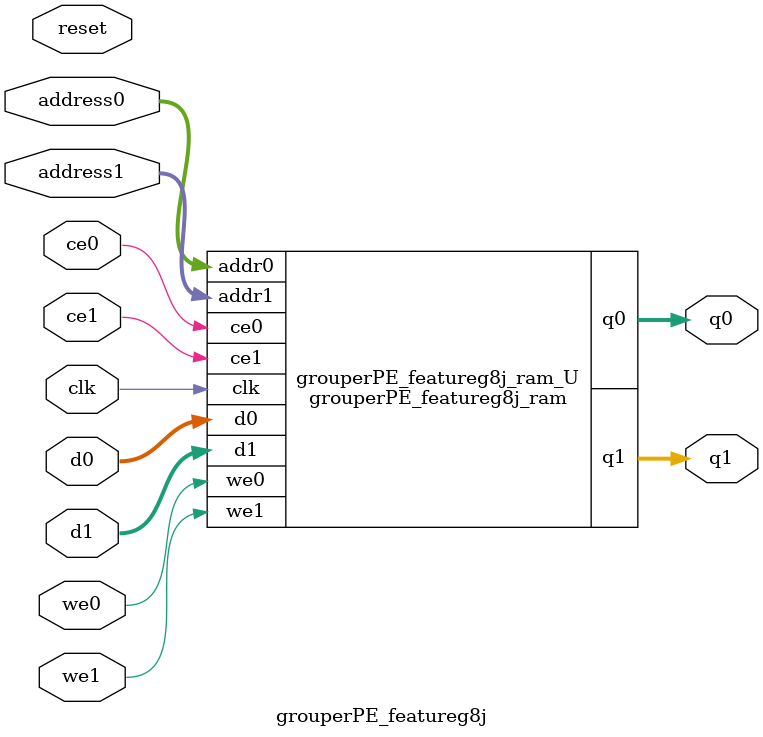
<source format=v>
`timescale 1 ns / 1 ps
module grouperPE_featureg8j_ram (addr0, ce0, d0, we0, q0, addr1, ce1, d1, we1, q1,  clk);

parameter DWIDTH = 8;
parameter AWIDTH = 12;
parameter MEM_SIZE = 4096;

input[AWIDTH-1:0] addr0;
input ce0;
input[DWIDTH-1:0] d0;
input we0;
output reg[DWIDTH-1:0] q0;
input[AWIDTH-1:0] addr1;
input ce1;
input[DWIDTH-1:0] d1;
input we1;
output reg[DWIDTH-1:0] q1;
input clk;

(* ram_style = "block" *)reg [DWIDTH-1:0] ram[0:MEM_SIZE-1];




always @(posedge clk)  
begin 
    if (ce0) 
    begin
        if (we0) 
        begin 
            ram[addr0] <= d0; 
        end 
        q0 <= ram[addr0];
    end
end


always @(posedge clk)  
begin 
    if (ce1) 
    begin
        if (we1) 
        begin 
            ram[addr1] <= d1; 
        end 
        q1 <= ram[addr1];
    end
end


endmodule

`timescale 1 ns / 1 ps
module grouperPE_featureg8j(
    reset,
    clk,
    address0,
    ce0,
    we0,
    d0,
    q0,
    address1,
    ce1,
    we1,
    d1,
    q1);

parameter DataWidth = 32'd8;
parameter AddressRange = 32'd4096;
parameter AddressWidth = 32'd12;
input reset;
input clk;
input[AddressWidth - 1:0] address0;
input ce0;
input we0;
input[DataWidth - 1:0] d0;
output[DataWidth - 1:0] q0;
input[AddressWidth - 1:0] address1;
input ce1;
input we1;
input[DataWidth - 1:0] d1;
output[DataWidth - 1:0] q1;



grouperPE_featureg8j_ram grouperPE_featureg8j_ram_U(
    .clk( clk ),
    .addr0( address0 ),
    .ce0( ce0 ),
    .we0( we0 ),
    .d0( d0 ),
    .q0( q0 ),
    .addr1( address1 ),
    .ce1( ce1 ),
    .we1( we1 ),
    .d1( d1 ),
    .q1( q1 ));

endmodule


</source>
